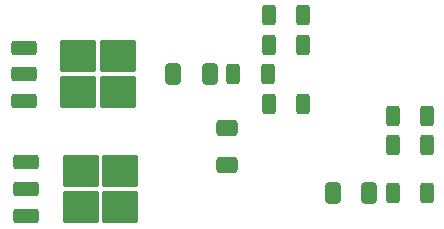
<source format=gbp>
G04 #@! TF.GenerationSoftware,KiCad,Pcbnew,8.0.3*
G04 #@! TF.CreationDate,2025-03-14T18:39:27+01:00*
G04 #@! TF.ProjectId,NIXIE_Sterownik,4e495849-455f-4537-9465-726f776e696b,rev?*
G04 #@! TF.SameCoordinates,Original*
G04 #@! TF.FileFunction,Paste,Bot*
G04 #@! TF.FilePolarity,Positive*
%FSLAX46Y46*%
G04 Gerber Fmt 4.6, Leading zero omitted, Abs format (unit mm)*
G04 Created by KiCad (PCBNEW 8.0.3) date 2025-03-14 18:39:27*
%MOMM*%
%LPD*%
G01*
G04 APERTURE LIST*
G04 Aperture macros list*
%AMRoundRect*
0 Rectangle with rounded corners*
0 $1 Rounding radius*
0 $2 $3 $4 $5 $6 $7 $8 $9 X,Y pos of 4 corners*
0 Add a 4 corners polygon primitive as box body*
4,1,4,$2,$3,$4,$5,$6,$7,$8,$9,$2,$3,0*
0 Add four circle primitives for the rounded corners*
1,1,$1+$1,$2,$3*
1,1,$1+$1,$4,$5*
1,1,$1+$1,$6,$7*
1,1,$1+$1,$8,$9*
0 Add four rect primitives between the rounded corners*
20,1,$1+$1,$2,$3,$4,$5,0*
20,1,$1+$1,$4,$5,$6,$7,0*
20,1,$1+$1,$6,$7,$8,$9,0*
20,1,$1+$1,$8,$9,$2,$3,0*%
G04 Aperture macros list end*
%ADD10RoundRect,0.250000X0.312500X0.625000X-0.312500X0.625000X-0.312500X-0.625000X0.312500X-0.625000X0*%
%ADD11RoundRect,0.250000X-0.850000X-0.350000X0.850000X-0.350000X0.850000X0.350000X-0.850000X0.350000X0*%
%ADD12RoundRect,0.250000X-1.275000X-1.125000X1.275000X-1.125000X1.275000X1.125000X-1.275000X1.125000X0*%
%ADD13RoundRect,0.250000X-0.650000X0.412500X-0.650000X-0.412500X0.650000X-0.412500X0.650000X0.412500X0*%
%ADD14RoundRect,0.250000X-0.412500X-0.650000X0.412500X-0.650000X0.412500X0.650000X-0.412500X0.650000X0*%
G04 APERTURE END LIST*
D10*
X128462500Y-72500000D03*
X125537500Y-72500000D03*
D11*
X94277651Y-68780000D03*
X94277651Y-66500000D03*
D12*
X98902651Y-64975000D03*
X98902651Y-68025000D03*
X102252651Y-64975000D03*
X102252651Y-68025000D03*
D11*
X94277651Y-64220000D03*
D10*
X117962500Y-64000000D03*
X115037500Y-64000000D03*
D13*
X111500000Y-71000000D03*
X111500000Y-74125000D03*
D10*
X114962500Y-66500000D03*
X112037500Y-66500000D03*
D14*
X106937500Y-66500000D03*
X110062500Y-66500000D03*
D10*
X128462500Y-70000000D03*
X125537500Y-70000000D03*
X128462500Y-76500000D03*
X125537500Y-76500000D03*
X117962500Y-61500000D03*
X115037500Y-61500000D03*
X117962500Y-69000000D03*
X115037500Y-69000000D03*
D11*
X94500000Y-78500000D03*
X94500000Y-76220000D03*
D12*
X99125000Y-74695000D03*
X99125000Y-77745000D03*
X102475000Y-74695000D03*
X102475000Y-77745000D03*
D11*
X94500000Y-73940000D03*
D14*
X120437500Y-76500000D03*
X123562500Y-76500000D03*
M02*

</source>
